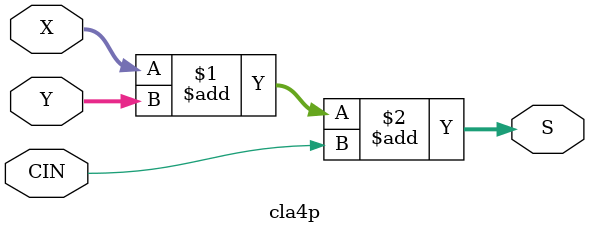
<source format=v>
module cla4p(X, Y, CIN, S);
  input wire [3:0] X, Y; // operands
  input wire CIN; // LSB carry-in
  output wire [3:0] S; // sum outputs
  assign S = X + Y + CIN;
endmodule

</source>
